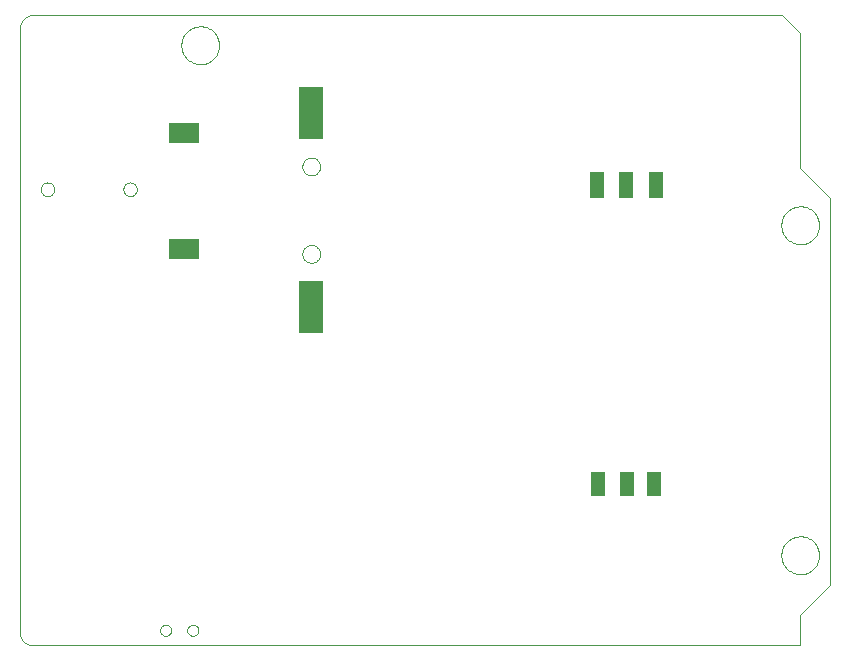
<source format=gbp>
G75*
%MOIN*%
%OFA0B0*%
%FSLAX24Y24*%
%IPPOS*%
%LPD*%
%AMOC8*
5,1,8,0,0,1.08239X$1,22.5*
%
%ADD10C,0.0000*%
%ADD11R,0.0787X0.1732*%
%ADD12R,0.0472X0.0866*%
%ADD13R,0.0472X0.0787*%
%ADD14R,0.1024X0.0709*%
D10*
X001001Y002840D02*
X026601Y002840D01*
X026601Y003840D01*
X027601Y004840D01*
X027601Y017740D01*
X026601Y018740D01*
X026601Y023240D01*
X026001Y023840D01*
X001001Y023840D01*
X000962Y023838D01*
X000923Y023832D01*
X000885Y023823D01*
X000848Y023810D01*
X000812Y023793D01*
X000779Y023773D01*
X000747Y023749D01*
X000718Y023723D01*
X000692Y023694D01*
X000668Y023662D01*
X000648Y023629D01*
X000631Y023593D01*
X000618Y023556D01*
X000609Y023518D01*
X000603Y023479D01*
X000601Y023440D01*
X000601Y003240D01*
X000603Y003201D01*
X000609Y003162D01*
X000618Y003124D01*
X000631Y003087D01*
X000648Y003051D01*
X000668Y003018D01*
X000692Y002986D01*
X000718Y002957D01*
X000747Y002931D01*
X000779Y002907D01*
X000812Y002887D01*
X000848Y002870D01*
X000885Y002857D01*
X000923Y002848D01*
X000962Y002842D01*
X001001Y002840D01*
X005261Y003340D02*
X005263Y003367D01*
X005269Y003393D01*
X005278Y003418D01*
X005291Y003441D01*
X005307Y003462D01*
X005326Y003481D01*
X005347Y003497D01*
X005370Y003510D01*
X005395Y003519D01*
X005421Y003525D01*
X005448Y003527D01*
X005475Y003525D01*
X005501Y003519D01*
X005526Y003510D01*
X005549Y003497D01*
X005570Y003481D01*
X005589Y003462D01*
X005605Y003441D01*
X005618Y003418D01*
X005627Y003393D01*
X005633Y003367D01*
X005635Y003340D01*
X005633Y003313D01*
X005627Y003287D01*
X005618Y003262D01*
X005605Y003239D01*
X005589Y003218D01*
X005570Y003199D01*
X005549Y003183D01*
X005526Y003170D01*
X005501Y003161D01*
X005475Y003155D01*
X005448Y003153D01*
X005421Y003155D01*
X005395Y003161D01*
X005370Y003170D01*
X005347Y003183D01*
X005326Y003199D01*
X005307Y003218D01*
X005291Y003239D01*
X005278Y003262D01*
X005269Y003287D01*
X005263Y003313D01*
X005261Y003340D01*
X006167Y003340D02*
X006169Y003367D01*
X006175Y003393D01*
X006184Y003418D01*
X006197Y003441D01*
X006213Y003462D01*
X006232Y003481D01*
X006253Y003497D01*
X006276Y003510D01*
X006301Y003519D01*
X006327Y003525D01*
X006354Y003527D01*
X006381Y003525D01*
X006407Y003519D01*
X006432Y003510D01*
X006455Y003497D01*
X006476Y003481D01*
X006495Y003462D01*
X006511Y003441D01*
X006524Y003418D01*
X006533Y003393D01*
X006539Y003367D01*
X006541Y003340D01*
X006539Y003313D01*
X006533Y003287D01*
X006524Y003262D01*
X006511Y003239D01*
X006495Y003218D01*
X006476Y003199D01*
X006455Y003183D01*
X006432Y003170D01*
X006407Y003161D01*
X006381Y003155D01*
X006354Y003153D01*
X006327Y003155D01*
X006301Y003161D01*
X006276Y003170D01*
X006253Y003183D01*
X006232Y003199D01*
X006213Y003218D01*
X006197Y003239D01*
X006184Y003262D01*
X006175Y003287D01*
X006169Y003313D01*
X006167Y003340D01*
X010006Y015883D02*
X010008Y015917D01*
X010014Y015951D01*
X010024Y015984D01*
X010037Y016015D01*
X010055Y016045D01*
X010075Y016073D01*
X010099Y016098D01*
X010125Y016120D01*
X010153Y016138D01*
X010184Y016154D01*
X010216Y016166D01*
X010250Y016174D01*
X010284Y016178D01*
X010318Y016178D01*
X010352Y016174D01*
X010386Y016166D01*
X010418Y016154D01*
X010448Y016138D01*
X010477Y016120D01*
X010503Y016098D01*
X010527Y016073D01*
X010547Y016045D01*
X010565Y016015D01*
X010578Y015984D01*
X010588Y015951D01*
X010594Y015917D01*
X010596Y015883D01*
X010594Y015849D01*
X010588Y015815D01*
X010578Y015782D01*
X010565Y015751D01*
X010547Y015721D01*
X010527Y015693D01*
X010503Y015668D01*
X010477Y015646D01*
X010449Y015628D01*
X010418Y015612D01*
X010386Y015600D01*
X010352Y015592D01*
X010318Y015588D01*
X010284Y015588D01*
X010250Y015592D01*
X010216Y015600D01*
X010184Y015612D01*
X010153Y015628D01*
X010125Y015646D01*
X010099Y015668D01*
X010075Y015693D01*
X010055Y015721D01*
X010037Y015751D01*
X010024Y015782D01*
X010014Y015815D01*
X010008Y015849D01*
X010006Y015883D01*
X010006Y018797D02*
X010008Y018831D01*
X010014Y018865D01*
X010024Y018898D01*
X010037Y018929D01*
X010055Y018959D01*
X010075Y018987D01*
X010099Y019012D01*
X010125Y019034D01*
X010153Y019052D01*
X010184Y019068D01*
X010216Y019080D01*
X010250Y019088D01*
X010284Y019092D01*
X010318Y019092D01*
X010352Y019088D01*
X010386Y019080D01*
X010418Y019068D01*
X010448Y019052D01*
X010477Y019034D01*
X010503Y019012D01*
X010527Y018987D01*
X010547Y018959D01*
X010565Y018929D01*
X010578Y018898D01*
X010588Y018865D01*
X010594Y018831D01*
X010596Y018797D01*
X010594Y018763D01*
X010588Y018729D01*
X010578Y018696D01*
X010565Y018665D01*
X010547Y018635D01*
X010527Y018607D01*
X010503Y018582D01*
X010477Y018560D01*
X010449Y018542D01*
X010418Y018526D01*
X010386Y018514D01*
X010352Y018506D01*
X010318Y018502D01*
X010284Y018502D01*
X010250Y018506D01*
X010216Y018514D01*
X010184Y018526D01*
X010153Y018542D01*
X010125Y018560D01*
X010099Y018582D01*
X010075Y018607D01*
X010055Y018635D01*
X010037Y018665D01*
X010024Y018696D01*
X010014Y018729D01*
X010008Y018763D01*
X010006Y018797D01*
X005971Y022840D02*
X005973Y022890D01*
X005979Y022940D01*
X005989Y022989D01*
X006003Y023037D01*
X006020Y023084D01*
X006041Y023129D01*
X006066Y023173D01*
X006094Y023214D01*
X006126Y023253D01*
X006160Y023290D01*
X006197Y023324D01*
X006237Y023354D01*
X006279Y023381D01*
X006323Y023405D01*
X006369Y023426D01*
X006416Y023442D01*
X006464Y023455D01*
X006514Y023464D01*
X006563Y023469D01*
X006614Y023470D01*
X006664Y023467D01*
X006713Y023460D01*
X006762Y023449D01*
X006810Y023434D01*
X006856Y023416D01*
X006901Y023394D01*
X006944Y023368D01*
X006985Y023339D01*
X007024Y023307D01*
X007060Y023272D01*
X007092Y023234D01*
X007122Y023194D01*
X007149Y023151D01*
X007172Y023107D01*
X007191Y023061D01*
X007207Y023013D01*
X007219Y022964D01*
X007227Y022915D01*
X007231Y022865D01*
X007231Y022815D01*
X007227Y022765D01*
X007219Y022716D01*
X007207Y022667D01*
X007191Y022619D01*
X007172Y022573D01*
X007149Y022529D01*
X007122Y022486D01*
X007092Y022446D01*
X007060Y022408D01*
X007024Y022373D01*
X006985Y022341D01*
X006944Y022312D01*
X006901Y022286D01*
X006856Y022264D01*
X006810Y022246D01*
X006762Y022231D01*
X006713Y022220D01*
X006664Y022213D01*
X006614Y022210D01*
X006563Y022211D01*
X006514Y022216D01*
X006464Y022225D01*
X006416Y022238D01*
X006369Y022254D01*
X006323Y022275D01*
X006279Y022299D01*
X006237Y022326D01*
X006197Y022356D01*
X006160Y022390D01*
X006126Y022427D01*
X006094Y022466D01*
X006066Y022507D01*
X006041Y022551D01*
X006020Y022596D01*
X006003Y022643D01*
X005989Y022691D01*
X005979Y022740D01*
X005973Y022790D01*
X005971Y022840D01*
X004036Y018040D02*
X004038Y018069D01*
X004044Y018098D01*
X004053Y018126D01*
X004066Y018153D01*
X004083Y018178D01*
X004102Y018200D01*
X004124Y018219D01*
X004149Y018236D01*
X004176Y018249D01*
X004204Y018258D01*
X004233Y018264D01*
X004262Y018266D01*
X004291Y018264D01*
X004320Y018258D01*
X004348Y018249D01*
X004375Y018236D01*
X004400Y018219D01*
X004422Y018200D01*
X004441Y018178D01*
X004458Y018153D01*
X004471Y018126D01*
X004480Y018098D01*
X004486Y018069D01*
X004488Y018040D01*
X004486Y018011D01*
X004480Y017982D01*
X004471Y017954D01*
X004458Y017927D01*
X004441Y017902D01*
X004422Y017880D01*
X004400Y017861D01*
X004375Y017844D01*
X004348Y017831D01*
X004320Y017822D01*
X004291Y017816D01*
X004262Y017814D01*
X004233Y017816D01*
X004204Y017822D01*
X004176Y017831D01*
X004149Y017844D01*
X004124Y017861D01*
X004102Y017880D01*
X004083Y017902D01*
X004066Y017927D01*
X004053Y017954D01*
X004044Y017982D01*
X004038Y018011D01*
X004036Y018040D01*
X001280Y018040D02*
X001282Y018069D01*
X001288Y018098D01*
X001297Y018126D01*
X001310Y018153D01*
X001327Y018178D01*
X001346Y018200D01*
X001368Y018219D01*
X001393Y018236D01*
X001420Y018249D01*
X001448Y018258D01*
X001477Y018264D01*
X001506Y018266D01*
X001535Y018264D01*
X001564Y018258D01*
X001592Y018249D01*
X001619Y018236D01*
X001644Y018219D01*
X001666Y018200D01*
X001685Y018178D01*
X001702Y018153D01*
X001715Y018126D01*
X001724Y018098D01*
X001730Y018069D01*
X001732Y018040D01*
X001730Y018011D01*
X001724Y017982D01*
X001715Y017954D01*
X001702Y017927D01*
X001685Y017902D01*
X001666Y017880D01*
X001644Y017861D01*
X001619Y017844D01*
X001592Y017831D01*
X001564Y017822D01*
X001535Y017816D01*
X001506Y017814D01*
X001477Y017816D01*
X001448Y017822D01*
X001420Y017831D01*
X001393Y017844D01*
X001368Y017861D01*
X001346Y017880D01*
X001327Y017902D01*
X001310Y017927D01*
X001297Y017954D01*
X001288Y017982D01*
X001282Y018011D01*
X001280Y018040D01*
X025971Y016840D02*
X025973Y016890D01*
X025979Y016940D01*
X025989Y016989D01*
X026003Y017037D01*
X026020Y017084D01*
X026041Y017129D01*
X026066Y017173D01*
X026094Y017214D01*
X026126Y017253D01*
X026160Y017290D01*
X026197Y017324D01*
X026237Y017354D01*
X026279Y017381D01*
X026323Y017405D01*
X026369Y017426D01*
X026416Y017442D01*
X026464Y017455D01*
X026514Y017464D01*
X026563Y017469D01*
X026614Y017470D01*
X026664Y017467D01*
X026713Y017460D01*
X026762Y017449D01*
X026810Y017434D01*
X026856Y017416D01*
X026901Y017394D01*
X026944Y017368D01*
X026985Y017339D01*
X027024Y017307D01*
X027060Y017272D01*
X027092Y017234D01*
X027122Y017194D01*
X027149Y017151D01*
X027172Y017107D01*
X027191Y017061D01*
X027207Y017013D01*
X027219Y016964D01*
X027227Y016915D01*
X027231Y016865D01*
X027231Y016815D01*
X027227Y016765D01*
X027219Y016716D01*
X027207Y016667D01*
X027191Y016619D01*
X027172Y016573D01*
X027149Y016529D01*
X027122Y016486D01*
X027092Y016446D01*
X027060Y016408D01*
X027024Y016373D01*
X026985Y016341D01*
X026944Y016312D01*
X026901Y016286D01*
X026856Y016264D01*
X026810Y016246D01*
X026762Y016231D01*
X026713Y016220D01*
X026664Y016213D01*
X026614Y016210D01*
X026563Y016211D01*
X026514Y016216D01*
X026464Y016225D01*
X026416Y016238D01*
X026369Y016254D01*
X026323Y016275D01*
X026279Y016299D01*
X026237Y016326D01*
X026197Y016356D01*
X026160Y016390D01*
X026126Y016427D01*
X026094Y016466D01*
X026066Y016507D01*
X026041Y016551D01*
X026020Y016596D01*
X026003Y016643D01*
X025989Y016691D01*
X025979Y016740D01*
X025973Y016790D01*
X025971Y016840D01*
X025971Y005840D02*
X025973Y005890D01*
X025979Y005940D01*
X025989Y005989D01*
X026003Y006037D01*
X026020Y006084D01*
X026041Y006129D01*
X026066Y006173D01*
X026094Y006214D01*
X026126Y006253D01*
X026160Y006290D01*
X026197Y006324D01*
X026237Y006354D01*
X026279Y006381D01*
X026323Y006405D01*
X026369Y006426D01*
X026416Y006442D01*
X026464Y006455D01*
X026514Y006464D01*
X026563Y006469D01*
X026614Y006470D01*
X026664Y006467D01*
X026713Y006460D01*
X026762Y006449D01*
X026810Y006434D01*
X026856Y006416D01*
X026901Y006394D01*
X026944Y006368D01*
X026985Y006339D01*
X027024Y006307D01*
X027060Y006272D01*
X027092Y006234D01*
X027122Y006194D01*
X027149Y006151D01*
X027172Y006107D01*
X027191Y006061D01*
X027207Y006013D01*
X027219Y005964D01*
X027227Y005915D01*
X027231Y005865D01*
X027231Y005815D01*
X027227Y005765D01*
X027219Y005716D01*
X027207Y005667D01*
X027191Y005619D01*
X027172Y005573D01*
X027149Y005529D01*
X027122Y005486D01*
X027092Y005446D01*
X027060Y005408D01*
X027024Y005373D01*
X026985Y005341D01*
X026944Y005312D01*
X026901Y005286D01*
X026856Y005264D01*
X026810Y005246D01*
X026762Y005231D01*
X026713Y005220D01*
X026664Y005213D01*
X026614Y005210D01*
X026563Y005211D01*
X026514Y005216D01*
X026464Y005225D01*
X026416Y005238D01*
X026369Y005254D01*
X026323Y005275D01*
X026279Y005299D01*
X026237Y005326D01*
X026197Y005356D01*
X026160Y005390D01*
X026126Y005427D01*
X026094Y005466D01*
X026066Y005507D01*
X026041Y005551D01*
X026020Y005596D01*
X026003Y005643D01*
X025989Y005691D01*
X025979Y005740D01*
X025973Y005790D01*
X025971Y005840D01*
D11*
X010301Y014112D03*
X010301Y020568D03*
D12*
X019819Y018166D03*
X020784Y018182D03*
X021807Y018166D03*
D13*
X021740Y008217D03*
X020811Y008217D03*
X019851Y008225D03*
D14*
X006063Y016050D03*
X006063Y019908D03*
M02*

</source>
